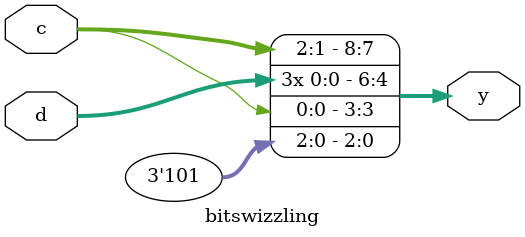
<source format=sv>
module bitswizzling(input logic [2:0] c, d,
														 output logic [8:0] y);
	assign y = {c[2:1], {3{d[0]}}, c[0], 3'b101};
endmodule

/*
Often it is necessary to operate on a subset of a bus or to concatenate
(join together) signals to form busses. These operations are collectively
known as bit swizzling.

The { } operator is used to concatenate busses. {3{d[0]}}
indicates three copies of d[0].

*/
</source>
